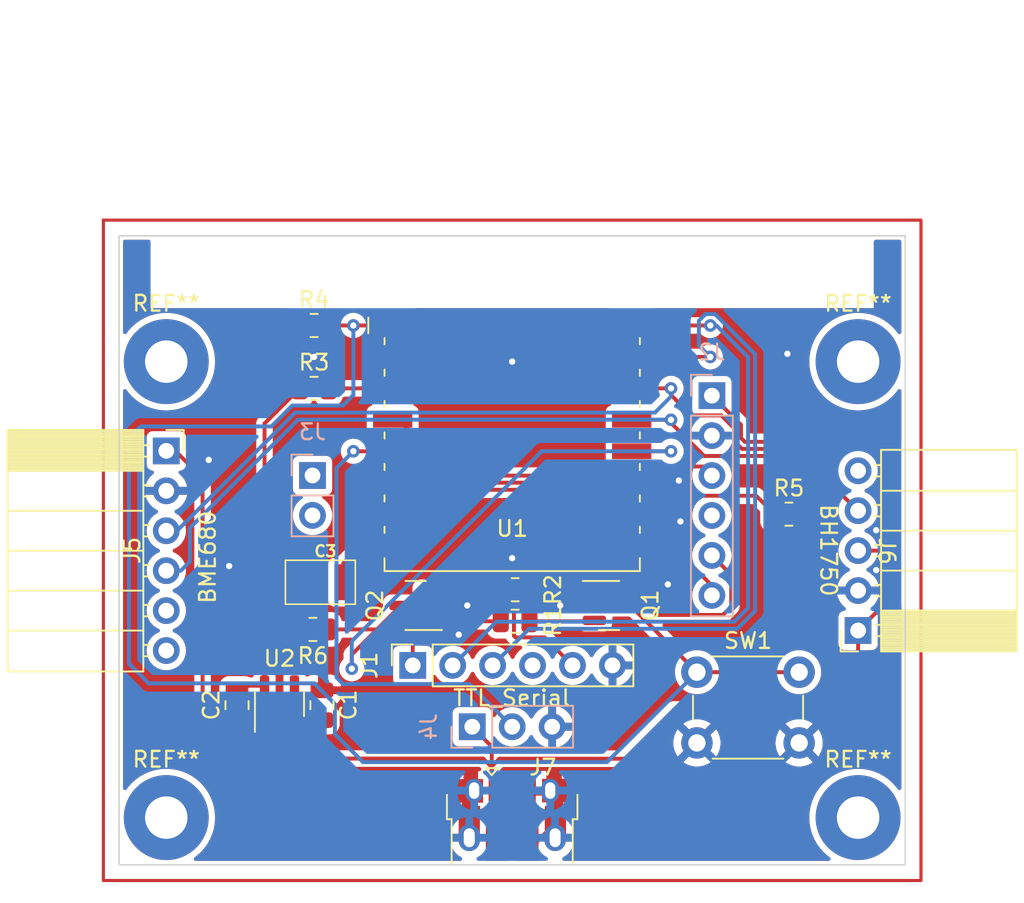
<source format=kicad_pcb>
(kicad_pcb (version 20221018) (generator pcbnew)
  (layers (0 "F.Cu" signal) (31 "B.Cu" signal) (34 "B.Paste" user) (35 "F.Paste" user) (36 "B.SilkS" user "B.Silkscreen") (37 "F.SilkS" user "F.Silkscreen") (38 "B.Mask" user) (39 "F.Mask" user) (44 "Edge.Cuts" user))
  (net 0 "")
  (net 1 "DTR")
  (net 2 "TX")
  (net 3 "RTS")
  (net 4 "Net-(Q1-B)")
  (net 5 "MMW_IO2")
  (net 6 "Net-(Q2-B)")
  (net 7 "MMW_RX")
  (net 8 "+3.3V")
  (net 9 "Net-(U1-EN)")
  (net 10 "Net-(U1-GPIO15)")
  (net 11 "GND")
  (net 13 "MMW_TX")
  (net 14 "PIR")
  (net 15 "SCL")
  (net 16 "SDA")
  (net 18 "RX")
  (net 26 "+5V")
  (net 31 "nRST")
  (net 32 "GPIO0")
  (net 33 "Net-(U1-VCC)")
  (footprint "Package_TO_SOT_SMD:SOT-23" (layer "F.Cu") (at 159.5375 106.88375)
    (fp_text reference "Q1" (at 2.6175 0 90) (layer "F.SilkS"))
    (fp_text value "PN2222A")
    (pad "1" smd roundrect (at -0.9375 -0.95) (size 1.475 0.6) (layers "F.Cu" "F.Paste" "F.Mask") (net 3 "RTS"))
    (pad "2" smd roundrect (at -0.9375 0.95) (size 1.475 0.6) (layers "F.Cu" "F.Paste" "F.Mask") (net 4 "Net-(Q1-B)"))
    (pad "3" smd roundrect (at 0.9375 0) (size 1.475 0.6) (layers "F.Cu" "F.Paste" "F.Mask") (net 31 "nRST"))
  )
  (footprint "*Multisensor:ESP-07" (layer "F.Cu") (at 153.375 93.975)
    (fp_text reference "U1" (at 0 8.02) (layer "F.SilkS"))
    (fp_text value "ESP-07")
    (pad "1" smd rect (at -7.6 -4.9) (size 2.5 1) (layers "F.Cu" "F.Paste" "F.Mask") (net 31 "nRST"))
    (pad "2" smd rect (at -7.6 -2.9) (size 2.5 1) (layers "F.Cu" "F.Paste" "F.Mask"))
    (pad "3" smd rect (at -7.6 -0.9) (size 2.5 1) (layers "F.Cu" "F.Paste" "F.Mask") (net 9 "Net-(U1-EN)"))
    (pad "4" smd rect (at -7.6 1.1) (size 2.5 1) (layers "F.Cu" "F.Paste" "F.Mask") (net 5 "MMW_IO2"))
    (pad "5" smd rect (at -7.6 3.1) (size 2.5 1) (layers "F.Cu" "F.Paste" "F.Mask") (net 14 "PIR"))
    (pad "6" smd rect (at -7.6 5.1) (size 2.5 1) (layers "F.Cu" "F.Paste" "F.Mask") (net 13 "MMW_TX"))
    (pad "7" smd rect (at -7.6 7.1) (size 2.5 1) (layers "F.Cu" "F.Paste" "F.Mask") (net 7 "MMW_RX"))
    (pad "8" smd rect (at -7.6 9.1) (size 2.5 1) (layers "F.Cu" "F.Paste" "F.Mask") (net 33 "Net-(U1-VCC)"))
    (pad "9" smd rect (at 7.6 9.1) (size 2.5 1) (layers "F.Cu" "F.Paste" "F.Mask") (net 11 "GND"))
    (pad "10" smd rect (at 7.6 7.1) (size 2.5 1) (layers "F.Cu" "F.Paste" "F.Mask") (net 10 "Net-(U1-GPIO15)"))
    (pad "11" smd rect (at 7.6 5.1) (size 2.5 1) (layers "F.Cu" "F.Paste" "F.Mask"))
    (pad "12" smd rect (at 7.6 3.1) (size 2.5 1) (layers "F.Cu" "F.Paste" "F.Mask") (net 32 "GPIO0"))
    (pad "13" smd rect (at 7.6 1.1) (size 2.5 1) (layers "F.Cu" "F.Paste" "F.Mask") (net 16 "SDA"))
    (pad "14" smd rect (at 7.6 -0.9) (size 2.5 1) (layers "F.Cu" "F.Paste" "F.Mask") (net 15 "SCL"))
    (pad "15" smd rect (at 7.6 -2.9) (size 2.5 1) (layers "F.Cu" "F.Paste" "F.Mask") (net 18 "RX"))
    (pad "16" smd rect (at 7.6 -4.9) (size 2.5 1) (layers "F.Cu" "F.Paste" "F.Mask") (net 2 "TX"))
    (zone (net 0) (net_name "") (layers "*.Cu") (connect_pads (clearance 0)) (min_thickness 0.254)
      (keepout (tracks not_allowed) (vias not_allowed) (pads not_allowed) (copperpour not_allowed) (footprints not_allowed))
      (fill (thermal_gap 0.508) (thermal_bridge_width 0.508))
      (polygon (pts (xy 130.375 87.975) (xy 176.375 87.975) (xy 176.375 68.375) (xy 130.375 68.375)))
    )
  )
  (footprint "Package_TO_SOT_SMD:SOT-23" (layer "F.Cu") (at 147.235 106.88375 180)
    (fp_text reference "Q2" (at 2.59 0 90) (layer "F.SilkS"))
    (fp_text value "PN2222A")
    (pad "1" smd roundrect (at -0.9375 -0.95 180) (size 1.475 0.6) (layers "F.Cu" "F.Paste" "F.Mask") (net 1 "DTR"))
    (pad "2" smd roundrect (at -0.9375 0.95 180) (size 1.475 0.6) (layers "F.Cu" "F.Paste" "F.Mask") (net 6 "Net-(Q2-B)"))
    (pad "3" smd roundrect (at 0.9375 0 180) (size 1.475 0.6) (layers "F.Cu" "F.Paste" "F.Mask") (net 32 "GPIO0"))
  )
  (footprint "MountingHole:MountingHole_2.7mm_Pad" (layer "F.Cu") (at 131.375 120.375)
    (fp_text reference "REF**" (at 0 -3.7) (layer "F.SilkS"))
    (fp_text value "MountingHole_2.7mm_Pad")
    (pad "1" thru_hole circle (at 0 0) (size 5.4 5.4) (drill 2.7) (layers "*.Cu" "*.Mask"))
  )
  (footprint "*Multisensor:AVX-B" (layer "F.Cu") (at 141.175 105.405)
    (property "VALUE" "100uf")
    (fp_text reference "C3" (at 0.317948 -1.971302) (layer "F.SilkS") (effects (font (size 0.700994 0.700994))))
    (fp_text value "100uF TAJB107M006RNJ")
    (pad "+" smd rect (at -1.4605 0) (size 1.143 2.286) (layers "F.Cu" "F.Paste" "F.Mask") (net 8 "+3.3V"))
    (pad "-" smd rect (at 1.4605 0 180) (size 1.143 2.286) (layers "F.Cu" "F.Paste" "F.Mask") (net 33 "Net-(U1-VCC)"))
  )
  (footprint "Resistor_SMD:R_0805_2012Metric" (layer "F.Cu") (at 140.775 93.075)
    (fp_text reference "R3" (at 0 -1.65) (layer "F.SilkS"))
    (fp_text value "10k")
    (pad "1" smd roundrect (at -0.9125 0) (size 1.025 1.4) (layers "F.Cu" "F.Paste" "F.Mask") (roundrect_rratio 0.243902439) (net 8 "+3.3V"))
    (pad "2" smd roundrect (at 0.9125 0) (size 1.025 1.4) (layers "F.Cu" "F.Paste" "F.Mask") (roundrect_rratio 0.243902439) (net 9 "Net-(U1-EN)"))
  )
  (footprint "Connector_PinSocket_2.54mm:PinSocket_1x05_P2.54mm_Horizontal" (layer "F.Cu") (at 175.375 108.475 180)
    (fp_text reference "J6" (at -1.83 5.05 270 unlocked) (layer "F.SilkS"))
    (fp_text value "BH1750" (at 1.88 5.1 270 unlocked) (layer "F.SilkS"))
    (pad "1" thru_hole rect (at 0 0 180) (size 1.7 1.7) (drill 1) (layers "*.Cu" "*.Mask") (net 26 "+5V"))
    (pad "2" thru_hole oval (at 0 2.54 180) (size 1.7 1.7) (drill 1) (layers "*.Cu" "*.Mask") (net 11 "GND"))
    (pad "3" thru_hole oval (at 0 5.08 180) (size 1.7 1.7) (drill 1) (layers "*.Cu" "*.Mask") (net 15 "SCL"))
    (pad "4" thru_hole oval (at 0 7.62 180) (size 1.7 1.7) (drill 1) (layers "*.Cu" "*.Mask") (net 16 "SDA"))
    (pad "5" thru_hole oval (at 0 10.16 180) (size 1.7 1.7) (drill 1) (layers "*.Cu" "*.Mask"))
  )
  (footprint "MountingHole:MountingHole_2.7mm_Pad" (layer "F.Cu") (at 131.375 91.375)
    (fp_text reference "REF**" (at 0 -3.7) (layer "F.SilkS"))
    (fp_text value "MountingHole_2.7mm_Pad")
    (pad "1" thru_hole circle (at 0 0) (size 5.4 5.4) (drill 2.7) (layers "*.Cu" "*.Mask"))
  )
  (footprint "Resistor_SMD:R_0805_2012Metric" (layer "F.Cu") (at 153.5625 105.880833 180)
    (fp_text reference "R2" (at -2.4025 -0.000001 90) (layer "F.SilkS"))
    (fp_text value "12k")
    (pad "1" smd roundrect (at -0.9125 0 180) (size 1.025 1.4) (layers "F.Cu" "F.Paste" "F.Mask") (roundrect_rratio 0.243902439) (net 3 "RTS"))
    (pad "2" smd roundrect (at 0.9125 0 180) (size 1.025 1.4) (layers "F.Cu" "F.Paste" "F.Mask") (roundrect_rratio 0.243902439) (net 6 "Net-(Q2-B)"))
  )
  (footprint "Connector_PinSocket_2.54mm:PinSocket_1x06_P2.54mm_Horizontal" (layer "F.Cu") (at 131.375 97.05)
    (fp_text reference "J5" (at -2.17 6.335 90) (layer "F.SilkS"))
    (fp_text value "BME680" (at 2.63 6.755 90) (layer "F.SilkS"))
    (pad "1" thru_hole rect (at 0 0) (size 1.7 1.7) (drill 1) (layers "*.Cu" "*.Mask") (net 26 "+5V"))
    (pad "2" thru_hole oval (at 0 2.54) (size 1.7 1.7) (drill 1) (layers "*.Cu" "*.Mask") (net 11 "GND"))
    (pad "3" thru_hole oval (at 0 5.08) (size 1.7 1.7) (drill 1) (layers "*.Cu" "*.Mask") (net 15 "SCL"))
    (pad "4" thru_hole oval (at 0 7.62) (size 1.7 1.7) (drill 1) (layers "*.Cu" "*.Mask") (net 16 "SDA"))
    (pad "5" thru_hole oval (at 0 10.16) (size 1.7 1.7) (drill 1) (layers "*.Cu" "*.Mask"))
    (pad "6" thru_hole oval (at 0 12.7) (size 1.7 1.7) (drill 1) (layers "*.Cu" "*.Mask"))
  )
  (footprint "Resistor_SMD:R_0805_2012Metric" (layer "F.Cu") (at 140.775 89.075)
    (fp_text reference "R4" (at 0 -1.65) (layer "F.SilkS"))
    (fp_text value "10k")
    (pad "1" smd roundrect (at -0.9125 0) (size 1.025 1.4) (layers "F.Cu" "F.Paste" "F.Mask") (roundrect_rratio 0.243902439) (net 8 "+3.3V"))
    (pad "2" smd roundrect (at 0.9125 0) (size 1.025 1.4) (layers "F.Cu" "F.Paste" "F.Mask") (roundrect_rratio 0.243902439) (net 31 "nRST"))
  )
  (footprint "Capacitor_SMD:C_0805_2012Metric" (layer "F.Cu") (at 135.875001 113.224999 -90)
    (fp_text reference "C2" (at -0.009999 1.640001 -90) (layer "F.SilkS"))
    (fp_text value "1uF")
    (pad "1" smd roundrect (at -0.95 0 270) (size 1 1.45) (layers "F.Cu" "F.Paste" "F.Mask") (net 8 "+3.3V"))
    (pad "2" smd roundrect (at 0.95 0 270) (size 1 1.45) (layers "F.Cu" "F.Paste" "F.Mask") (net 11 "GND"))
  )
  (footprint "MountingHole:MountingHole_2.7mm_Pad" (layer "F.Cu") (at 175.375 120.375)
    (fp_text reference "REF**" (at 0 -3.7) (layer "F.SilkS"))
    (fp_text value "MountingHole_2.7mm_Pad")
    (pad "1" thru_hole circle (at 0 0) (size 5.4 5.4) (drill 2.7) (layers "*.Cu" "*.Mask"))
  )
  (footprint "Capacitor_SMD:C_0805_2012Metric" (layer "F.Cu") (at 141.275001 113.224999 90)
    (fp_text reference "C1" (at 0.009999 1.679999 270) (layer "F.SilkS"))
    (fp_text value "1uF")
    (pad "1" smd roundrect (at -0.95 0 90) (size 1 1.45) (layers "F.Cu" "F.Paste" "F.Mask") (net 26 "+5V"))
    (pad "2" smd roundrect (at 0.95 0 90) (size 1 1.45) (layers "F.Cu" "F.Paste" "F.Mask") (net 11 "GND"))
  )
  (footprint "MountingHole:MountingHole_2.7mm_Pad" (layer "F.Cu") (at 175.375 91.375)
    (fp_text reference "REF**" (at 0 -3.7) (layer "F.SilkS"))
    (fp_text value "MountingHole_2.7mm_Pad")
    (pad "1" thru_hole circle (at 0 0) (size 5.4 5.4) (drill 2.7) (layers "*.Cu" "*.Mask"))
  )
  (footprint "Connector_PinSocket_2.54mm:PinSocket_1x06_P2.54mm_Vertical" (layer "F.Cu") (at 147.05 110.6925 90)
    (fp_text reference "J1" (at 0 -2.77 90) (layer "F.SilkS"))
    (fp_text value "TTL_Serial" (at -2.0725 6.295 180) (layer "F.SilkS"))
    (pad "1" thru_hole rect (at 0 0 90) (size 1.7 1.7) (drill 1) (layers "*.Cu" "*.Mask") (net 1 "DTR"))
    (pad "2" thru_hole oval (at 0 2.54 90) (size 1.7 1.7) (drill 1) (layers "*.Cu" "*.Mask") (net 2 "TX"))
    (pad "3" thru_hole oval (at 0 5.08 90) (size 1.7 1.7) (drill 1) (layers "*.Cu" "*.Mask") (net 18 "RX"))
    (pad "4" thru_hole oval (at 0 7.62 90) (size 1.7 1.7) (drill 1) (layers "*.Cu" "*.Mask"))
    (pad "5" thru_hole oval (at 0 10.16 90) (size 1.7 1.7) (drill 1) (layers "*.Cu" "*.Mask") (net 3 "RTS"))
    (pad "6" thru_hole oval (at 0 12.7 90) (size 1.7 1.7) (drill 1) (layers "*.Cu" "*.Mask") (net 11 "GND"))
  )
  (footprint "Resistor_SMD:R_0805_2012Metric" (layer "F.Cu") (at 153.5625 107.886666)
    (fp_text reference "R1" (at 2.4025 0.000001 90) (layer "F.SilkS"))
    (fp_text value "12k")
    (pad "1" smd roundrect (at -0.9125 0) (size 1.025 1.4) (layers "F.Cu" "F.Paste" "F.Mask") (roundrect_rratio 0.243902439) (net 1 "DTR"))
    (pad "2" smd roundrect (at 0.9125 0) (size 1.025 1.4) (layers "F.Cu" "F.Paste" "F.Mask") (roundrect_rratio 0.243902439) (net 4 "Net-(Q1-B)"))
  )
  (footprint "Package_TO_SOT_SMD:SOT-23-5" (layer "F.Cu") (at 138.575001 113.124999 90)
    (fp_text reference "U2" (at 2.869999 -0.000001 180) (layer "F.SilkS"))
    (fp_text value "ME6211C_SOT23-5")
    (pad "1" smd roundrect (at -1.1375 -0.95 90) (size 1.325 0.6) (layers "F.Cu" "F.Paste" "F.Mask") (net 26 "+5V"))
    (pad "2" smd roundrect (at -1.1375 0 90) (size 1.325 0.6) (layers "F.Cu" "F.Paste" "F.Mask") (net 11 "GND"))
    (pad "3" smd roundrect (at -1.1375 0.95 90) (size 1.325 0.6) (layers "F.Cu" "F.Paste" "F.Mask") (net 26 "+5V"))
    (pad "4" smd roundrect (at 1.1375 0.95 90) (size 1.325 0.6) (layers "F.Cu" "F.Paste" "F.Mask"))
    (pad "5" smd roundrect (at 1.1375 -0.95 90) (size 1.325 0.6) (layers "F.Cu" "F.Paste" "F.Mask") (net 8 "+3.3V"))
  )
  (footprint "Button_Switch_THT:SW_PUSH_6mm" (layer "F.Cu") (at 165.125 111.125)
    (fp_text reference "SW1" (at 3.25 -2) (layer "F.SilkS"))
    (fp_text value "RESET")
    (pad "1" thru_hole circle (at 0 0 90) (size 2 2) (drill 1.1) (layers "*.Cu" "*.Mask") (net 31 "nRST"))
    (pad "1" thru_hole circle (at 6.5 0 90) (size 2 2) (drill 1.1) (layers "*.Cu" "*.Mask") (net 31 "nRST"))
    (pad "2" thru_hole circle (at 0 4.5 90) (size 2 2) (drill 1.1) (layers "*.Cu" "*.Mask") (net 11 "GND"))
    (pad "2" thru_hole circle (at 6.5 4.5 90) (size 2 2) (drill 1.1) (layers "*.Cu" "*.Mask") (net 11 "GND"))
  )
  (footprint "Resistor_SMD:R_0805_2012Metric" (layer "F.Cu") (at 170.975 101.075)
    (fp_text reference "R5" (at 0 -1.65) (layer "F.SilkS"))
    (fp_text value "10k")
    (pad "1" smd roundrect (at -0.9125 0) (size 1.025 1.4) (layers "F.Cu" "F.Paste" "F.Mask") (roundrect_rratio 0.243902439) (net 10 "Net-(U1-GPIO15)"))
    (pad "2" smd roundrect (at 0.9125 0) (size 1.025 1.4) (layers "F.Cu" "F.Paste" "F.Mask") (roundrect_rratio 0.243902439) (net 11 "GND"))
  )
  (footprint "Connector_USB:USB_Micro-B_Amphenol_10103594-0001LF_Horizontal" (layer "F.Cu") (at 153.4 120.54)
    (fp_text reference "J7" (at 1.925 -3.365) (layer "F.SilkS"))
    (fp_text value "USB_B_Micro")
    (pad "1" smd rect (at -1.325 -1.765 90) (size 1.65 0.4) (layers "F.Cu" "F.Paste" "F.Mask") (net 26 "+5V"))
    (pad "2" smd rect (at -0.675 -1.765 90) (size 1.65 0.4) (layers "F.Cu" "F.Paste" "F.Mask"))
    (pad "3" smd rect (at -0.025 -1.765 90) (size 1.65 0.4) (layers "F.Cu" "F.Paste" "F.Mask"))
    (pad "4" smd rect (at 0.625 -1.765 90) (size 1.65 0.4) (layers "F.Cu" "F.Paste" "F.Mask"))
    (pad "5" smd rect (at 1.275 -1.765 90) (size 1.65 0.4) (layers "F.Cu" "F.Paste" "F.Mask") (net 11 "GND"))
    (pad "6" smd rect (at -2.975 -0.565) (size 1.825 0.7) (layers "F.Cu" "F.Paste" "F.Mask") (net 11 "GND"))
    (pad "6" smd rect (at -2.875 -1.865) (size 2 1.5) (layers "F.Cu" "F.Paste" "F.Mask") (net 11 "GND"))
    (pad "6" smd rect (at -2.755 0.185) (size 1.35 2) (layers "F.Cu" "F.Paste" "F.Mask") (net 11 "GND"))
    (pad "6" thru_hole oval (at -2.755 1.115 90) (size 1.7 1.35) (drill oval 1.2 0.7) (layers "*.Cu" "*.Mask") (net 11 "GND"))
    (pad "6" thru_hole oval (at -2.445 -1.885 90) (size 1.5 1.1) (drill oval 1.05 0.65) (layers "*.Cu" "*.Mask") (net 11 "GND"))
    (pad "6" smd rect (at -0.985 1.385 90) (size 2.4 1.43) (layers "F.Cu" "F.Paste" "F.Mask") (net 11 "GND"))
    (pad "6" smd rect (at 0.935 1.385 90) (size 2.4 1.43) (layers "F.Cu" "F.Paste" "F.Mask") (net 11 "GND"))
    (pad "6" thru_hole oval (at 2.395 -1.885 90) (size 1.5 1.1) (drill oval 1.05 0.65) (layers "*.Cu" "*.Mask") (net 11 "GND"))
    (pad "6" thru_hole oval (at 2.705 1.115 90) (size 1.7 1.35) (drill oval 1.2 0.7) (layers "*.Cu" "*.Mask") (net 11 "GND"))
    (pad "6" smd rect (at 2.725 0.185) (size 1.35 2) (layers "F.Cu" "F.Paste" "F.Mask") (net 11 "GND"))
    (pad "6" smd rect (at 2.875 -1.885) (size 2 1.5) (layers "F.Cu" "F.Paste" "F.Mask") (net 11 "GND"))
    (pad "6" smd rect (at 2.975 -0.565) (size 1.825 0.7) (layers "F.Cu" "F.Paste" "F.Mask") (net 11 "GND"))
  )
  (footprint "Resistor_SMD:R_0805_2012Metric" (layer "F.Cu") (at 140.7 108.405)
    (fp_text reference "R6" (at 0.00125 1.68) (layer "F.SilkS"))
    (fp_text value "10k")
    (pad "1" smd roundrect (at -0.9125 0) (size 1.025 1.4) (layers "F.Cu" "F.Paste" "F.Mask") (roundrect_rratio 0.243902439) (net 8 "+3.3V"))
    (pad "2" smd roundrect (at 0.9125 0) (size 1.025 1.4) (layers "F.Cu" "F.Paste" "F.Mask") (roundrect_rratio 0.243902439) (net 32 "GPIO0"))
  )
  (footprint "*Multisensor:PinSocket_1x03_P2.54mm_Vertical" (layer "B.Cu") (at 150.835 114.595 -90)
    (fp_text reference "J4" (at 0 2.77 90) (layer "B.SilkS") (effects (justify mirror)))
    (fp_text value "PIR_Sensor")
    (pad "1" thru_hole rect (at 0 0 270) (size 1.7 1.7) (drill 1) (layers "*.Cu" "*.Mask") (net 26 "+5V"))
    (pad "2" thru_hole oval (at 0 -2.54 270) (size 1.7 1.7) (drill 1) (layers "*.Cu" "*.Mask") (net 14 "PIR"))
    (pad "3" thru_hole oval (at 0 -5.08 270) (size 1.7 1.7) (drill 1) (layers "*.Cu" "*.Mask") (net 11 "GND"))
  )
  (footprint "Connector_PinSocket_2.54mm:PinSocket_1x02_P2.54mm_Vertical" (layer "B.Cu") (at 140.675 98.615 180)
    (fp_text reference "J3" (at 0 2.77) (layer "B.SilkS") (effects (justify mirror)))
    (fp_text value "mmWave_Support")
    (pad "1" thru_hole rect (at 0 0 180) (size 1.7 1.7) (drill 1) (layers "*.Cu" "*.Mask"))
    (pad "2" thru_hole oval (at 0 -2.54 180) (size 1.7 1.7) (drill 1) (layers "*.Cu" "*.Mask"))
  )
  (footprint "*Multisensor:PinSocket_1x06_P2.54mm_Vertical" (layer "B.Cu") (at 166.075 93.54 180)
    (fp_text reference "J2" (at 0 2.77) (layer "B.SilkS") (effects (justify mirror)))
    (fp_text value "mmWave_Data")
    (pad "1" thru_hole rect (at 0 0 180) (size 1.7 1.7) (drill 1) (layers "*.Cu" "*.Mask") (net 26 "+5V"))
    (pad "2" thru_hole oval (at 0 -2.54 180) (size 1.7 1.7) (drill 1) (layers "*.Cu" "*.Mask") (net 11 "GND"))
    (pad "3" thru_hole oval (at 0 -5.08 180) (size 1.7 1.7) (drill 1) (layers "*.Cu" "*.Mask") (net 5 "MMW_IO2"))
    (pad "4" thru_hole oval (at 0 -7.62 180) (size 1.7 1.7) (drill 1) (layers "*.Cu" "*.Mask"))
    (pad "5" thru_hole oval (at 0 -10.16 180) (size 1.7 1.7) (drill 1) (layers "*.Cu" "*.Mask") (net 7 "MMW_RX"))
    (pad "6" thru_hole oval (at 0 -12.7 180) (size 1.7 1.7) (drill 1) (layers "*.Cu" "*.Mask") (net 13 "MMW_TX"))
  )
  (gr_rect (start 127.375 82.375) (end 179.375 124.375) (stroke (width 0.2)) (fill none) (layer "F.Cu"))
  (gr_line (start 178.375 83.375) (end 128.375 83.375) (stroke (width 0.1)) (layer "Edge.Cuts"))
  (gr_line (start 128.375 123.375) (end 178.375 123.375) (stroke (width 0.1)) (layer "Edge.Cuts"))
  (gr_line (start 128.375 83.375) (end 128.375 123.375) (stroke (width 0.1)) (layer "Edge.Cuts"))
  (gr_line (start 178.375 123.375) (end 178.375 83.375) (stroke (width 0.1)) (layer "Edge.Cuts"))
  (segment (start 148.225416 107.886666) (end 148.1725 107.83375) (width 0.25) (layer "F.Cu") (net 1))
  (segment (start 147.05 110.6925) (end 147.05 108.95625) (width 0.25) (layer "F.Cu") (net 1))
  (segment (start 147.05 108.95625) (end 148.1725 107.83375) (width 0.25) (layer "F.Cu") (net 1))
  (segment (start 152.65 107.886666) (end 148.225416 107.886666) (width 0.25) (layer "F.Cu") (net 1))
  (segment (start 160.975 89.075) (end 165.975 89.075) (width 0.25) (layer "F.Cu") (net 2))
  (via (at 165.975 89.075) (size 0.8) (drill 0.4) (layers "F.Cu" "B.Cu") (net 2))
  (segment (start 152.3675 107.915) (end 167.505 107.915) (width 0.25) (layer "B.Cu") (net 2))
  (segment (start 168.375 107.045) (end 168.375 91.086091) (width 0.25) (layer "B.Cu") (net 2))
  (segment (start 167.505 107.915) (end 168.375 107.045) (width 0.25) (layer "B.Cu") (net 2))
  (segment (start 149.59 110.6925) (end 152.3675 107.915) (width 0.25) (layer "B.Cu") (net 2))
  (segment (start 166.363909 89.075) (end 165.975 89.075) (width 0.25) (layer "B.Cu") (net 2))
  (segment (start 168.375 91.086091) (end 166.363909 89.075) (width 0.25) (layer "B.Cu") (net 2))
  (segment (start 153.4875 106.868333) (end 153.4875 108.8125) (width 0.25) (layer "F.Cu") (net 3))
  (segment (start 154.475 105.880833) (end 153.4875 106.868333) (width 0.25) (layer "F.Cu") (net 3))
  (segment (start 153.586666 108.911666) (end 155.429166 108.911666) (width 0.25) (layer "F.Cu") (net 3))
  (segment (start 155.429166 108.911666) (end 157.21 110.6925) (width 0.25) (layer "F.Cu") (net 3))
  (segment (start 153.4875 108.8125) (end 153.586666 108.911666) (width 0.25) (layer "F.Cu") (net 3))
  (segment (start 158.547083 105.880833) (end 158.6 105.93375) (width 0.25) (layer "F.Cu") (net 3))
  (segment (start 154.475 105.880833) (end 158.547083 105.880833) (width 0.25) (layer "F.Cu") (net 3))
  (segment (start 158.547084 107.886666) (end 158.6 107.83375) (width 0.25) (layer "F.Cu") (net 4))
  (segment (start 154.475 107.886666) (end 158.547084 107.886666) (width 0.25) (layer "F.Cu") (net 4))
  (segment (start 166.075 98.62) (end 165.5 98.045) (width 0.25) (layer "F.Cu") (net 5))
  (segment (start 147.875 98.625) (end 147.575 98.325) (width 0.25) (layer "F.Cu") (net 5))
  (segment (start 146.135 95.075) (end 145.775 95.075) (width 0.25) (layer "F.Cu") (net 5))
  (segment (start 147.575 98.325) (end 147.575 96.515) (width 0.25) (layer "F.Cu") (net 5))
  (segment (start 159.745 98.045) (end 159.165 98.625) (width 0.25) (layer "F.Cu") (net 5))
  (segment (start 147.575 96.515) (end 146.135 95.075) (width 0.25) (layer "F.Cu") (net 5))
  (segment (start 165.5 98.045) (end 159.745 98.045) (width 0.25) (layer "F.Cu") (net 5))
  (segment (start 159.165 98.625) (end 147.875 98.625) (width 0.25) (layer "F.Cu") (net 5))
  (segment (start 148.225417 105.880833) (end 148.1725 105.93375) (width 0.25) (layer "F.Cu") (net 6))
  (segment (start 152.65 105.880833) (end 148.225417 105.880833) (width 0.25) (layer "F.Cu") (net 6))
  (segment (start 167.305 106.955) (end 166.775 107.485) (width 0.25) (layer "F.Cu") (net 7))
  (segment (start 167.305 104.93) (end 167.305 106.955) (width 0.25) (layer "F.Cu") (net 7))
  (segment (start 146.035 101.075) (end 145.775 101.075) (width 0.25) (layer "F.Cu") (net 7))
  (segment (start 157.305 103.885) (end 157.305 100.785) (width 0.25) (layer "F.Cu") (net 7))
  (segment (start 156.045 99.525) (end 147.585 99.525) (width 0.25) (layer "F.Cu") (net 7))
  (segment (start 158.315 104.895) (end 157.305 103.885) (width 0.25) (layer "F.Cu") (net 7))
  (segment (start 166.775 107.485) (end 162.485502 107.485) (width 0.25) (layer "F.Cu") (net 7))
  (segment (start 157.305 100.785) (end 156.045 99.525) (width 0.25) (layer "F.Cu") (net 7))
  (segment (start 159.895502 104.895) (end 158.315 104.895) (width 0.25) (layer "F.Cu") (net 7))
  (segment (start 162.485502 107.485) (end 159.895502 104.895) (width 0.25) (layer "F.Cu") (net 7))
  (segment (start 147.585 99.525) (end 146.035 101.075) (width 0.25) (layer "F.Cu") (net 7))
  (segment (start 166.075 103.7) (end 167.305 104.93) (width 0.25) (layer "F.Cu") (net 7))
  (segment (start 138.125001 108.405) (end 137.625001 107.905) (width 0.25) (layer "F.Cu") (net 8))
  (segment (start 136.162501 111.987499) (end 135.875001 112.274999) (width 0.25) (layer "F.Cu") (net 8))
  (segment (start 138.125001 105.405) (end 139.7145 105.405) (width 0.25) (layer "F.Cu") (net 8))
  (segment (start 137.625001 111.987499) (end 136.162501 111.987499) (width 0.25) (layer "F.Cu") (net 8))
  (segment (start 137.625001 111.987499) (end 137.625001 107.905) (width 0.25) (layer "F.Cu") (net 8))
  (segment (start 139.7875 108.405) (end 138.125001 108.405) (width 0.25) (layer "F.Cu") (net 8))
  (segment (start 138.125001 105.405) (end 137.625001 105.905) (width 0.25) (layer "F.Cu") (net 8))
  (segment (start 139.8625 93.075) (end 139.8625 89.075) (width 0.25) (layer "F.Cu") (net 8))
  (segment (start 137.625001 107.905) (end 137.625001 107.29625) (width 0.25) (layer "F.Cu") (net 8))
  (segment (start 137.625001 105.905) (end 137.625001 107.29625) (width 0.25) (layer "F.Cu") (net 8))
  (segment (start 139.8625 93.075) (end 137.625001 95.312499) (width 0.25) (layer "F.Cu") (net 8))
  (segment (start 137.625001 95.312499) (end 137.625001 105.905) (width 0.25) (layer "F.Cu") (net 8))
  (segment (start 141.6875 93.075) (end 145.775 93.075) (width 0.25) (layer "F.Cu") (net 9))
  (segment (start 163.395 99.905) (end 168.8925 99.905) (width 0.25) (layer "F.Cu") (net 10))
  (segment (start 168.8925 99.905) (end 170.0625 101.075) (width 0.25) (layer "F.Cu") (net 10))
  (segment (start 162.225 101.075) (end 163.395 99.905) (width 0.25) (layer "F.Cu") (net 10))
  (segment (start 160.975 101.075) (end 162.225 101.075) (width 0.25) (layer "F.Cu") (net 10))
  (segment (start 150.425 118.775) (end 150.525 118.675) (width 0.25) (layer "F.Cu") (net 11))
  (segment (start 138.575001 113.599999) (end 138.150001 113.174999) (width 0.25) (layer "F.Cu") (net 11))
  (segment (start 154.335 121.925) (end 154.335 120.475) (width 0.25) (layer "F.Cu") (net 11))
  (segment (start 154.675 119.745) (end 154.905 119.975) (width 0.25) (layer "F.Cu") (net 11))
  (segment (start 154.925 121.925) (end 156.125 120.725) (width 0.25) (layer "F.Cu") (net 11))
  (segment (start 156.155 118.775) (end 156.275 118.655) (width 0.25) (layer "F.Cu") (net 11))
  (segment (start 150.645 121.655) (end 152.145 121.655) (width 0.25) (layer "F.Cu") (net 11))
  (segment (start 138.575001 114.262499) (end 138.575001 113.578247) (width 0.25) (layer "F.Cu") (net 11))
  (segment (start 138.150001 113.174999) (end 136.875001 113.174999) (width 0.25) (layer "F.Cu") (net 11))
  (segment (start 138.575001 114.262499) (end 138.575001 113.599999) (width 0.25) (layer "F.Cu") (net 11))
  (segment (start 140.575001 112.974999) (end 141.275001 112.274999) (width 0.25) (layer "F.Cu") (net 11))
  (segment (start 139.178249 112.974999) (end 140.575001 112.974999) (width 0.25) (layer "F.Cu") (net 11))
  (segment (start 154.335 121.925) (end 154.925 121.925) (width 0.25) (layer "F.Cu") (net 11))
  (segment (start 151.895 119.975) (end 150.425 119.975) (width 0.25) (layer "F.Cu") (net 11))
  (segment (start 154.835 119.975) (end 156.375 119.975) (width 0.25) (layer "F.Cu") (net 11))
  (segment (start 154.335 120.475) (end 154.835 119.975) (width 0.25) (layer "F.Cu") (net 11))
  (segment (start 136.875001 113.174999) (end 135.875001 114.174999) (width 0.25) (layer "F.Cu") (net 11))
  (segment (start 138.575001 113.578247) (end 139.178249 112.974999) (width 0.25) (layer "F.Cu") (net 11))
  (segment (start 152.415 121.925) (end 152.415 120.495) (width 0.25) (layer "F.Cu") (net 11))
  (segment (start 152.415 120.495) (end 151.895 119.975) (width 0.25) (layer "F.Cu") (net 11))
  (segment (start 150.645 121.655) (end 150.645 120.725) (width 0.25) (layer "F.Cu") (net 11))
  (segment (start 154.905 119.975) (end 156.375 119.975) (width 0.25) (layer "F.Cu") (net 11))
  (segment (start 150.425 119.975) (end 150.425 118.775) (width 0.25) (layer "F.Cu") (net 11))
  (segment (start 154.675 118.775) (end 154.675 119.745) (width 0.25) (layer "F.Cu") (net 11))
  (segment (start 152.145 121.655) (end 152.415 121.925) (width 0.25) (layer "F.Cu") (net 11))
  (segment (start 154.675 118.775) (end 156.155 118.775) (width 0.25) (layer "F.Cu") (net 11))
  (via (at 156.429999 106.88375) (size 0.8) (drill 0.4) (layers "F.Cu" "B.Cu") (net 11))
  (via (at 150.518749 106.88375) (size 0.8) (drill 0.4) (layers "F.Cu" "B.Cu") (net 11))
  (via (at 153.375 103.875) (size 0.8) (drill 0.4) (layers "F.Cu" "B.Cu") (net 11))
  (via (at 135.375 104.375) (size 0.8) (drill 0.4) (layers "F.Cu" "B.Cu") (net 11))
  (via (at 176.525 102.095) (size 0.8) (drill 0.4) (layers "F.Cu" "B.Cu") (net 11))
  (via (at 134.075 97.625) (size 0.8) (drill 0.4) (layers "F.Cu" "B.Cu") (net 11))
  (via (at 163.275 105.54) (size 0.8) (drill 0.4) (layers "F.Cu" "B.Cu") (net 11))
  (via (at 140.775 91.075) (size 0.8) (drill 0.4) (layers "F.Cu" "B.Cu") (net 11))
  (via (at 163.975 98.94) (size 0.8) (drill 0.4) (layers "F.Cu" "B.Cu") (net 11))
  (via (at 149.975 108.74) (size 0.8) (drill 0.4) (layers "F.Cu" "B.Cu") (net 11))
  (via (at 153.375 91.375) (size 0.8) (drill 0.4) (layers "F.Cu" "B.Cu") (net 11))
  (via (at 164.075 101.54) (size 0.8) (drill 0.4) (layers "F.Cu" "B.Cu") (net 11))
  (via (at 170.875 90.875) (size 0.8) (drill 0.4) (layers "F.Cu" "B.Cu") (net 11))
  (via (at 176.525 104.635) (size 0.8) (drill 0.4) (layers "F.Cu" "B.Cu") (net 11))
  (segment (start 159.4 101.70962) (end 159.59038 101.9) (width 0.25) (layer "F.Cu") (net 13))
  (segment (start 166.075 105.61538) (end 166.075 106.24) (width 0.25) (layer "F.Cu") (net 13))
  (segment (start 159.4 99.35) (end 159.4 101.70962) (width 0.25) (layer "F.Cu") (net 13))
  (segment (start 159.59038 101.9) (end 162.35962 101.9) (width 0.25) (layer "F.Cu") (net 13))
  (segment (start 162.35962 101.9) (end 166.075 105.61538) (width 0.25) (layer "F.Cu") (net 13))
  (segment (start 145.775 99.075) (end 159.125 99.075) (width 0.25) (layer "F.Cu") (net 13))
  (segment (start 159.125 99.075) (end 159.4 99.35) (width 0.25) (layer "F.Cu") (net 13))
  (segment (start 143.275 97.075) (end 145.775 97.075) (width 0.25) (layer "F.Cu") (net 14))
  (via (at 143.275 97.075) (size 0.8) (drill 0.4) (layers "F.Cu" "B.Cu") (net 14))
  (segment (start 142.2 111.455305) (end 142.2 98.15) (width 0.25) (layer "B.Cu") (net 14))
  (segment (start 153.375 114.595) (end 150.66 111.88) (width 0.25) (layer "B.Cu") (net 14))
  (segment (start 142.624695 111.88) (end 142.2 111.455305) (width 0.25) (layer "B.Cu") (net 14))
  (segment (start 142.2 98.15) (end 143.275 97.075) (width 0.25) (layer "B.Cu") (net 14))
  (segment (start 150.66 111.88) (end 142.624695 111.88) (width 0.25) (layer "B.Cu") (net 14))
  (segment (start 163.45038 93.075) (end 163.45038 93.075) (width 0.25) (layer "F.Cu") (net 15))
  (segment (start 176.768604 96.925) (end 177.425 97.581396) (width 0.25) (layer "F.Cu") (net 15))
  (segment (start 177.425 102.745) (end 176.775 103.395) (width 0.25) (layer "F.Cu") (net 15))
  (segment (start 163.475 93.075) (end 163.475 93.495) (width 0.25) (layer "F.Cu") (net 15))
  (segment (start 167.988604 96.925) (end 176.768604 96.925) (width 0.25) (layer "F.Cu") (net 15))
  (segment (start 176.775 103.395) (end 175.375 103.395) (width 0.25) (layer "F.Cu") (net 15))
  (segment (start 167.475 95.595) (end 167.475 96.411396) (width 0.25) (layer "F.Cu") (net 15))
  (segment (start 164.775 94.795) (end 166.675 94.795) (width 0.25) (layer "F.Cu") (net 15))
  (segment (start 160.975 93.075) (end 163.45038 93.075) (width 0.25) (layer "F.Cu") (net 15))
  (segment (start 166.675 94.795) (end 167.475 95.595) (width 0.25) (layer "F.Cu") (net 15))
  (segment (start 163.475 93.495) (end 164.775 94.795) (width 0.25) (layer "F.Cu") (net 15))
  (segment (start 163.45038 93.075) (end 163.475 93.075) (width 0.25) (layer "F.Cu") (net 15))
  (segment (start 177.425 97.581396) (end 177.425 102.745) (width 0.25) (layer "F.Cu") (net 15))
  (segment (start 167.475 96.411396) (end 167.988604 96.925) (width 0.25) (layer "F.Cu") (net 15))
  (via (at 163.475 93.075) (size 0.8) (drill 0.4) (layers "F.Cu" "B.Cu") (net 15))
  (segment (start 139.575 94.615) (end 162.455 94.615) (width 0.25) (layer "B.Cu") (net 15))
  (segment (start 162.455 94.615) (end 163.475 93.595) (width 0.25) (layer "B.Cu") (net 15))
  (segment (start 163.475 93.595) (end 163.475 93.075) (width 0.25) (layer "B.Cu") (net 15))
  (segment (start 131.375 102.13) (end 132.06 102.13) (width 0.25) (layer "B.Cu") (net 15))
  (segment (start 132.06 102.13) (end 139.575 94.615) (width 0.25) (layer "B.Cu") (net 15))
  (segment (start 165.58 97.375) (end 171.875 97.375) (width 0.25) (layer "F.Cu") (net 16))
  (segment (start 163.475 95.27) (end 165.58 97.375) (width 0.25) (layer "F.Cu") (net 16))
  (segment (start 173.875 99.375) (end 175.355 100.855) (width 0.25) (layer "F.Cu") (net 16))
  (segment (start 175.375 100.395) (end 175.375 100.855) (width 0.25) (layer "F.Cu") (net 16))
  (segment (start 163.475 95.075) (end 163.475 95.27) (width 0.25) (layer "F.Cu") (net 16))
  (segment (start 173.875 97.795) (end 173.875 99.375) (width 0.25) (layer "F.Cu") (net 16))
  (segment (start 175.355 100.855) (end 175.375 100.855) (width 0.25) (layer "F.Cu") (net 16))
  (segment (start 173.455 97.375) (end 173.875 97.795) (width 0.25) (layer "F.Cu") (net 16))
  (segment (start 171.875 97.375) (end 172.355 97.375) (width 0.25) (layer "F.Cu") (net 16))
  (segment (start 160.975 95.075) (end 162.225 95.075) (width 0.25) (layer "F.Cu") (net 16))
  (segment (start 160.975 95.075) (end 163.475 95.075) (width 0.25) (layer "F.Cu") (net 16))
  (segment (start 171.875 97.375) (end 173.455 97.375) (width 0.25) (layer "F.Cu") (net 16))
  (via (at 163.475 95.075) (size 0.8) (drill 0.4) (layers "F.Cu" "B.Cu") (net 16))
  (segment (start 131.375 104.67) (end 132.3 104.67) (width 0.25) (layer "B.Cu") (net 16))
  (segment (start 163.465 95.065) (end 163.475 95.075) (width 0.25) (layer "B.Cu") (net 16))
  (segment (start 132.3 104.67) (end 132.875 104.095) (width 0.25) (layer "B.Cu") (net 16))
  (segment (start 132.875 104.095) (end 132.875 101.951396) (width 0.25) (layer "B.Cu") (net 16))
  (segment (start 139.761396 95.065) (end 163.465 95.065) (width 0.25) (layer "B.Cu") (net 16))
  (segment (start 132.875 101.951396) (end 139.761396 95.065) (width 0.25) (layer "B.Cu") (net 16))
  (segment (start 160.975 91.075) (end 165.975 91.075) (width 0.25) (layer "F.Cu") (net 18))
  (via (at 165.975 91.075) (size 0.8) (drill 0.4) (layers "F.Cu" "B.Cu") (net 18))
  (segment (start 168.825 107.231396) (end 168.825 90.899695) (width 0.25) (layer "B.Cu") (net 18))
  (segment (start 165.674695 88.35) (end 165.25 88.774695) (width 0.25) (layer "B.Cu") (net 18))
  (segment (start 165.25 90.35) (end 165.975 91.075) (width 0.25) (layer "B.Cu") (net 18))
  (segment (start 168.825 90.899695) (end 166.275305 88.35) (width 0.25) (layer "B.Cu") (net 18))
  (segment (start 152.13 110.6925) (end 154.4575 108.365) (width 0.25) (layer "B.Cu") (net 18))
  (segment (start 166.275305 88.35) (end 165.674695 88.35) (width 0.25) (layer "B.Cu") (net 18))
  (segment (start 154.4575 108.365) (end 167.691396 108.365) (width 0.25) (layer "B.Cu") (net 18))
  (segment (start 165.25 88.774695) (end 165.25 90.35) (width 0.25) (layer "B.Cu") (net 18))
  (segment (start 167.691396 108.365) (end 168.825 107.231396) (width 0.25) (layer "B.Cu") (net 18))
  (segment (start 139.525001 114.262499) (end 141.187501 114.262499) (width 0.25) (layer "F.Cu") (net 26))
  (segment (start 140.200001 115.249999) (end 141.275001 114.174999) (width 0.25) (layer "F.Cu") (net 26))
  (segment (start 141.82 116.62) (end 140.449999 115.249999) (width 0.25) (layer "F.Cu") (net 26))
  (segment (start 175.375 108.475) (end 175.375 111.995) (width 0.25) (layer "F.Cu") (net 26))
  (segment (start 177.875 97.395) (end 177.875 105.975) (width 0.25) (layer "F.Cu") (net 26))
  (segment (start 150.85 114.635) (end 152.075 115.86) (width 0.25) (layer "F.Cu") (net 26))
  (segment (start 177.875 105.975) (end 175.375 108.475) (width 0.25) (layer "F.Cu") (net 26))
  (segment (start 173.875 113.495) (end 163.675 113.495) (width 0.25) (layer "F.Cu") (net 26))
  (segment (start 134.869999 115.249999) (end 136.637501 115.249999) (width 0.25) (layer "F.Cu") (net 26))
  (segment (start 152.075 118.775) (end 152.075 117.165) (width 0.25) (layer "F.Cu") (net 26))
  (segment (start 160.54 116.63) (end 152.56 116.63) (width 0.25) (layer "F.Cu") (net 26))
  (segment (start 140.449999 115.249999) (end 139.775 115.249999) (width 0.25) (layer "F.Cu") (net 26))
  (segment (start 137.950001 115.249999) (end 139.775 115.249999) (width 0.25) (layer "F.Cu") (net 26))
  (segment (start 163.675 113.495) (end 160.54 116.63) (width 0.25) (layer "F.Cu") (net 26))
  (segment (start 152.075 117.115) (end 152.075 118.775) (width 0.25) (layer "F.Cu") (net 26))
  (segment (start 141.187501 114.262499) (end 141.275001 114.174999) (width 0.25) (layer "F.Cu") (net 26))
  (segment (start 131.95 97.05) (end 133.685 98.785) (width 0.25) (layer "F.Cu") (net 26))
  (segment (start 133.685 98.785) (end 133.685 114.065) (width 0.25) (layer "F.Cu") (net 26))
  (segment (start 166.075 93.54) (end 167.925 95.39) (width 0.25) (layer "F.Cu") (net 26))
  (segment (start 136.637501 115.249999) (end 137.625001 114.262499) (width 0.25) (layer "F.Cu") (net 26))
  (segment (start 167.925 96.225) (end 168.175 96.475) (width 0.25) (layer "F.Cu") (net 26))
  (segment (start 131.375 97.05) (end 131.95 97.05) (width 0.25) (layer "F.Cu") (net 26))
  (segment (start 139.775 115.249999) (end 140.200001 115.249999) (width 0.25) (layer "F.Cu") (net 26))
  (segment (start 152.075 115.86) (end 152.075 118.775) (width 0.25) (layer "F.Cu") (net 26))
  (segment (start 176.955 96.475) (end 177.875 97.395) (width 0.25) (layer "F.Cu") (net 26))
  (segment (start 167.925 95.39) (end 167.925 96.225) (width 0.25) (layer "F.Cu") (net 26))
  (segment (start 137.625001 114.262499) (end 137.625001 114.924999) (width 0.25) (layer "F.Cu") (net 26))
  (segment (start 152.56 116.63) (end 152.075 117.115) (width 0.25) (layer "F.Cu") (net 26))
  (segment (start 152.075 117.165) (end 151.53 116.62) (width 0.25) (layer "F.Cu") (net 26))
  (segment (start 151.53 116.62) (end 141.82 116.62) (width 0.25) (layer "F.Cu") (net 26))
  (segment (start 133.685 114.065) (end 134.869999 115.249999) (width 0.25) (layer "F.Cu") (net 26))
  (segment (start 175.375 111.995) (end 173.875 113.495) (width 0.25) (layer "F.Cu") (net 26))
  (segment (start 137.625001 114.924999) (end 137.950001 115.249999) (width 0.25) (layer "F.Cu") (net 26))
  (segment (start 168.175 96.475) (end 176.955 96.475) (width 0.25) (layer "F.Cu") (net 26))
  (segment (start 143.275 89.075) (end 145.775 89.075) (width 0.25) (layer "F.Cu") (net 31))
  (segment (start 165.125 111.125) (end 160.88375 106.88375) (width 0.25) (layer "F.Cu") (net 31))
  (segment (start 160.88375 106.88375) (end 160.475 106.88375) (width 0.25) (layer "F.Cu") (net 31))
  (segment (start 141.6875 89.075) (end 143.275 89.075) (width 0.25) (layer "F.Cu") (net 31))
  (segment (start 165.125 111.125) (end 171.625 111.125) (width 0.25) (layer "F.Cu") (net 31))
  (via (at 143.275 89.075) (size 0.8) (drill 0.4) (layers "F.Cu" "B.Cu") (net 31))
  (segment (start 140.785 111.835) (end 142.1 113.15) (width 0.25) (layer "B.Cu") (net 31))
  (segment (start 143.275 93.495) (end 142.605 94.165) (width 0.25) (layer "B.Cu") (net 31))
  (segment (start 139.388604 94.165) (end 138.058604 95.495) (width 0.25) (layer "B.Cu") (net 31))
  (segment (start 129.005 96.245) (end 129.005 110.585) (width 0.25) (layer "B.Cu") (net 31))
  (segment (start 129.755 95.495) (end 129.005 96.245) (width 0.25) (layer "B.Cu") (net 31))
  (segment (start 142.1 113.15) (end 142.1 115.056396) (width 0.25) (layer "B.Cu") (net 31))
  (segment (start 138.058604 95.495) (end 129.755 95.495) (width 0.25) (layer "B.Cu") (net 31))
  (segment (start 143.275 89.075) (end 143.275 93.495) (width 0.25) (layer "B.Cu") (net 31))
  (segment (start 129.005 110.585) (end 130.255 111.835) (width 0.25) (layer "B.Cu") (net 31))
  (segment (start 159.405 116.845) (end 165.125 111.125) (width 0.25) (layer "B.Cu") (net 31))
  (segment (start 130.255 111.835) (end 140.785 111.835) (width 0.25) (layer "B.Cu") (net 31))
  (segment (start 142.605 94.165) (end 139.388604 94.165) (width 0.25) (layer "B.Cu") (net 31))
  (segment (start 143.888604 116.845) (end 159.405 116.845) (width 0.25) (layer "B.Cu") (net 31))
  (segment (start 142.1 115.056396) (end 143.888604 116.845) (width 0.25) (layer "B.Cu") (net 31))
  (segment (start 144.850625 108.330625) (end 143.175 110.00625) (width 0.25) (layer "F.Cu") (net 32))
  (segment (start 160.975 97.075) (end 163.475 97.075) (width 0.25) (layer "F.Cu") (net 32))
  (segment (start 144.77625 108.405) (end 146.2975 106.88375) (width 0.25) (layer "F.Cu") (net 32))
  (segment (start 141.6125 108.405) (end 144.77625 108.405) (width 0.25) (layer "F.Cu") (net 32))
  (segment (start 143.175 110.00625) (end 143.175 110.905) (width 0.25) (layer "F.Cu") (net 32))
  (via (at 163.475 97.075) (size 0.8) (drill 0.4) (layers "F.Cu" "B.Cu") (net 32))
  (via (at 143.175 110.905) (size 0.8) (drill 0.4) (layers "F.Cu" "B.Cu") (net 32))
  (segment (start 143.175 109.155) (end 143.175 110.905) (width 0.25) (layer "B.Cu") (net 32))
  (segment (start 155.255 97.075) (end 143.175 109.155) (width 0.25) (layer "B.Cu") (net 32))
  (segment (start 163.475 97.075) (end 155.255 97.075) (width 0.25) (layer "B.Cu") (net 32))
  (segment (start 145.775 103.075) (end 143.755 103.075) (width 0.25) (layer "F.Cu") (net 33))
  (segment (start 142.6355 104.1945) (end 143.755 103.075) (width 0.25) (layer "F.Cu") (net 33))
  (segment (start 142.6355 105.405) (end 142.6355 104.1945) (width 0.25) (layer "F.Cu") (net 33))
  (zone (net 11) (net_name "GND") (layers "F&B.Cu") (priority 1) (connect_pads (clearance 0.4)) (min_thickness 0.25) (fill yes (thermal_gap 0.5) (thermal_bridge_width 0.5))
    (polygon (pts (xy 128.375 83.375) (xy 178.375 83.375) (xy 178.375 123.375) (xy 128.375 123.375)))
  )
)
</source>
